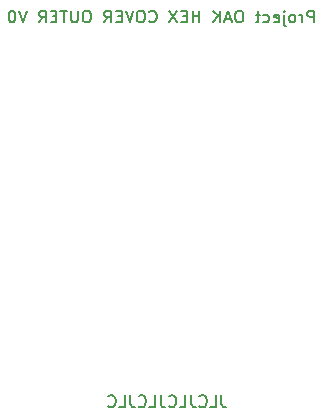
<source format=gbr>
%TF.GenerationSoftware,KiCad,Pcbnew,(5.1.6)-1*%
%TF.CreationDate,2025-07-06T20:41:09+05:30*%
%TF.ProjectId,Project_OAK_HEX_COVER_OUTER_V0,50726f6a-6563-4745-9f4f-414b5f484558,A*%
%TF.SameCoordinates,Original*%
%TF.FileFunction,Legend,Bot*%
%TF.FilePolarity,Positive*%
%FSLAX46Y46*%
G04 Gerber Fmt 4.6, Leading zero omitted, Abs format (unit mm)*
G04 Created by KiCad (PCBNEW (5.1.6)-1) date 2025-07-06 20:41:09*
%MOMM*%
%LPD*%
G01*
G04 APERTURE LIST*
%ADD10C,0.150000*%
%ADD11C,0.160000*%
G04 APERTURE END LIST*
D10*
X75142147Y-110132880D02*
X75142147Y-110847166D01*
X75189766Y-110990023D01*
X75285004Y-111085261D01*
X75427861Y-111132880D01*
X75523100Y-111132880D01*
X74189766Y-111132880D02*
X74665957Y-111132880D01*
X74665957Y-110132880D01*
X73285004Y-111037642D02*
X73332623Y-111085261D01*
X73475480Y-111132880D01*
X73570719Y-111132880D01*
X73713576Y-111085261D01*
X73808814Y-110990023D01*
X73856433Y-110894785D01*
X73904052Y-110704309D01*
X73904052Y-110561452D01*
X73856433Y-110370976D01*
X73808814Y-110275738D01*
X73713576Y-110180500D01*
X73570719Y-110132880D01*
X73475480Y-110132880D01*
X73332623Y-110180500D01*
X73285004Y-110228119D01*
X72570719Y-110132880D02*
X72570719Y-110847166D01*
X72618338Y-110990023D01*
X72713576Y-111085261D01*
X72856433Y-111132880D01*
X72951671Y-111132880D01*
X71618338Y-111132880D02*
X72094528Y-111132880D01*
X72094528Y-110132880D01*
X70713576Y-111037642D02*
X70761195Y-111085261D01*
X70904052Y-111132880D01*
X70999290Y-111132880D01*
X71142147Y-111085261D01*
X71237385Y-110990023D01*
X71285004Y-110894785D01*
X71332623Y-110704309D01*
X71332623Y-110561452D01*
X71285004Y-110370976D01*
X71237385Y-110275738D01*
X71142147Y-110180500D01*
X70999290Y-110132880D01*
X70904052Y-110132880D01*
X70761195Y-110180500D01*
X70713576Y-110228119D01*
X69999290Y-110132880D02*
X69999290Y-110847166D01*
X70046909Y-110990023D01*
X70142147Y-111085261D01*
X70285004Y-111132880D01*
X70380242Y-111132880D01*
X69046909Y-111132880D02*
X69523100Y-111132880D01*
X69523100Y-110132880D01*
X68142147Y-111037642D02*
X68189766Y-111085261D01*
X68332623Y-111132880D01*
X68427861Y-111132880D01*
X68570719Y-111085261D01*
X68665957Y-110990023D01*
X68713576Y-110894785D01*
X68761195Y-110704309D01*
X68761195Y-110561452D01*
X68713576Y-110370976D01*
X68665957Y-110275738D01*
X68570719Y-110180500D01*
X68427861Y-110132880D01*
X68332623Y-110132880D01*
X68189766Y-110180500D01*
X68142147Y-110228119D01*
X67427861Y-110132880D02*
X67427861Y-110847166D01*
X67475480Y-110990023D01*
X67570719Y-111085261D01*
X67713576Y-111132880D01*
X67808814Y-111132880D01*
X66475480Y-111132880D02*
X66951671Y-111132880D01*
X66951671Y-110132880D01*
X65570719Y-111037642D02*
X65618338Y-111085261D01*
X65761195Y-111132880D01*
X65856433Y-111132880D01*
X65999290Y-111085261D01*
X66094528Y-110990023D01*
X66142147Y-110894785D01*
X66189766Y-110704309D01*
X66189766Y-110561452D01*
X66142147Y-110370976D01*
X66094528Y-110275738D01*
X65999290Y-110180500D01*
X65856433Y-110132880D01*
X65761195Y-110132880D01*
X65618338Y-110180500D01*
X65570719Y-110228119D01*
D11*
X82983361Y-78557380D02*
X82983361Y-77557380D01*
X82602409Y-77557380D01*
X82507171Y-77605000D01*
X82459552Y-77652619D01*
X82411933Y-77747857D01*
X82411933Y-77890714D01*
X82459552Y-77985952D01*
X82507171Y-78033571D01*
X82602409Y-78081190D01*
X82983361Y-78081190D01*
X81983361Y-78557380D02*
X81983361Y-77890714D01*
X81983361Y-78081190D02*
X81935742Y-77985952D01*
X81888123Y-77938333D01*
X81792885Y-77890714D01*
X81697647Y-77890714D01*
X81221457Y-78557380D02*
X81316695Y-78509761D01*
X81364314Y-78462142D01*
X81411933Y-78366904D01*
X81411933Y-78081190D01*
X81364314Y-77985952D01*
X81316695Y-77938333D01*
X81221457Y-77890714D01*
X81078600Y-77890714D01*
X80983361Y-77938333D01*
X80935742Y-77985952D01*
X80888123Y-78081190D01*
X80888123Y-78366904D01*
X80935742Y-78462142D01*
X80983361Y-78509761D01*
X81078600Y-78557380D01*
X81221457Y-78557380D01*
X80459552Y-77890714D02*
X80459552Y-78747857D01*
X80507171Y-78843095D01*
X80602409Y-78890714D01*
X80650028Y-78890714D01*
X80459552Y-77557380D02*
X80507171Y-77605000D01*
X80459552Y-77652619D01*
X80411933Y-77605000D01*
X80459552Y-77557380D01*
X80459552Y-77652619D01*
X79602409Y-78509761D02*
X79697647Y-78557380D01*
X79888123Y-78557380D01*
X79983361Y-78509761D01*
X80030980Y-78414523D01*
X80030980Y-78033571D01*
X79983361Y-77938333D01*
X79888123Y-77890714D01*
X79697647Y-77890714D01*
X79602409Y-77938333D01*
X79554790Y-78033571D01*
X79554790Y-78128809D01*
X80030980Y-78224047D01*
X78697647Y-78509761D02*
X78792885Y-78557380D01*
X78983361Y-78557380D01*
X79078600Y-78509761D01*
X79126219Y-78462142D01*
X79173838Y-78366904D01*
X79173838Y-78081190D01*
X79126219Y-77985952D01*
X79078600Y-77938333D01*
X78983361Y-77890714D01*
X78792885Y-77890714D01*
X78697647Y-77938333D01*
X78411933Y-77890714D02*
X78030980Y-77890714D01*
X78269076Y-77557380D02*
X78269076Y-78414523D01*
X78221457Y-78509761D01*
X78126219Y-78557380D01*
X78030980Y-78557380D01*
X76745266Y-77557380D02*
X76554790Y-77557380D01*
X76459552Y-77605000D01*
X76364314Y-77700238D01*
X76316695Y-77890714D01*
X76316695Y-78224047D01*
X76364314Y-78414523D01*
X76459552Y-78509761D01*
X76554790Y-78557380D01*
X76745266Y-78557380D01*
X76840504Y-78509761D01*
X76935742Y-78414523D01*
X76983361Y-78224047D01*
X76983361Y-77890714D01*
X76935742Y-77700238D01*
X76840504Y-77605000D01*
X76745266Y-77557380D01*
X75935742Y-78271666D02*
X75459552Y-78271666D01*
X76030980Y-78557380D02*
X75697647Y-77557380D01*
X75364314Y-78557380D01*
X75030980Y-78557380D02*
X75030980Y-77557380D01*
X74459552Y-78557380D02*
X74888123Y-77985952D01*
X74459552Y-77557380D02*
X75030980Y-78128809D01*
X73269076Y-78557380D02*
X73269076Y-77557380D01*
X73269076Y-78033571D02*
X72697647Y-78033571D01*
X72697647Y-78557380D02*
X72697647Y-77557380D01*
X72221457Y-78033571D02*
X71888123Y-78033571D01*
X71745266Y-78557380D02*
X72221457Y-78557380D01*
X72221457Y-77557380D01*
X71745266Y-77557380D01*
X71411933Y-77557380D02*
X70745266Y-78557380D01*
X70745266Y-77557380D02*
X71411933Y-78557380D01*
X69030980Y-78462142D02*
X69078600Y-78509761D01*
X69221457Y-78557380D01*
X69316695Y-78557380D01*
X69459552Y-78509761D01*
X69554790Y-78414523D01*
X69602409Y-78319285D01*
X69650028Y-78128809D01*
X69650028Y-77985952D01*
X69602409Y-77795476D01*
X69554790Y-77700238D01*
X69459552Y-77605000D01*
X69316695Y-77557380D01*
X69221457Y-77557380D01*
X69078600Y-77605000D01*
X69030980Y-77652619D01*
X68411933Y-77557380D02*
X68221457Y-77557380D01*
X68126219Y-77605000D01*
X68030980Y-77700238D01*
X67983361Y-77890714D01*
X67983361Y-78224047D01*
X68030980Y-78414523D01*
X68126219Y-78509761D01*
X68221457Y-78557380D01*
X68411933Y-78557380D01*
X68507171Y-78509761D01*
X68602409Y-78414523D01*
X68650028Y-78224047D01*
X68650028Y-77890714D01*
X68602409Y-77700238D01*
X68507171Y-77605000D01*
X68411933Y-77557380D01*
X67697647Y-77557380D02*
X67364314Y-78557380D01*
X67030980Y-77557380D01*
X66697647Y-78033571D02*
X66364314Y-78033571D01*
X66221457Y-78557380D02*
X66697647Y-78557380D01*
X66697647Y-77557380D01*
X66221457Y-77557380D01*
X65221457Y-78557380D02*
X65554790Y-78081190D01*
X65792885Y-78557380D02*
X65792885Y-77557380D01*
X65411933Y-77557380D01*
X65316695Y-77605000D01*
X65269076Y-77652619D01*
X65221457Y-77747857D01*
X65221457Y-77890714D01*
X65269076Y-77985952D01*
X65316695Y-78033571D01*
X65411933Y-78081190D01*
X65792885Y-78081190D01*
X63840504Y-77557380D02*
X63650028Y-77557380D01*
X63554790Y-77605000D01*
X63459552Y-77700238D01*
X63411933Y-77890714D01*
X63411933Y-78224047D01*
X63459552Y-78414523D01*
X63554790Y-78509761D01*
X63650028Y-78557380D01*
X63840504Y-78557380D01*
X63935742Y-78509761D01*
X64030980Y-78414523D01*
X64078600Y-78224047D01*
X64078600Y-77890714D01*
X64030980Y-77700238D01*
X63935742Y-77605000D01*
X63840504Y-77557380D01*
X62983361Y-77557380D02*
X62983361Y-78366904D01*
X62935742Y-78462142D01*
X62888123Y-78509761D01*
X62792885Y-78557380D01*
X62602409Y-78557380D01*
X62507171Y-78509761D01*
X62459552Y-78462142D01*
X62411933Y-78366904D01*
X62411933Y-77557380D01*
X62078600Y-77557380D02*
X61507171Y-77557380D01*
X61792885Y-78557380D02*
X61792885Y-77557380D01*
X61173838Y-78033571D02*
X60840504Y-78033571D01*
X60697647Y-78557380D02*
X61173838Y-78557380D01*
X61173838Y-77557380D01*
X60697647Y-77557380D01*
X59697647Y-78557380D02*
X60030980Y-78081190D01*
X60269076Y-78557380D02*
X60269076Y-77557380D01*
X59888123Y-77557380D01*
X59792885Y-77605000D01*
X59745266Y-77652619D01*
X59697647Y-77747857D01*
X59697647Y-77890714D01*
X59745266Y-77985952D01*
X59792885Y-78033571D01*
X59888123Y-78081190D01*
X60269076Y-78081190D01*
X58650028Y-77557380D02*
X58316695Y-78557380D01*
X57983361Y-77557380D01*
X57459552Y-77557380D02*
X57364314Y-77557380D01*
X57269076Y-77605000D01*
X57221457Y-77652619D01*
X57173838Y-77747857D01*
X57126219Y-77938333D01*
X57126219Y-78176428D01*
X57173838Y-78366904D01*
X57221457Y-78462142D01*
X57269076Y-78509761D01*
X57364314Y-78557380D01*
X57459552Y-78557380D01*
X57554790Y-78509761D01*
X57602409Y-78462142D01*
X57650028Y-78366904D01*
X57697647Y-78176428D01*
X57697647Y-77938333D01*
X57650028Y-77747857D01*
X57602409Y-77652619D01*
X57554790Y-77605000D01*
X57459552Y-77557380D01*
M02*

</source>
